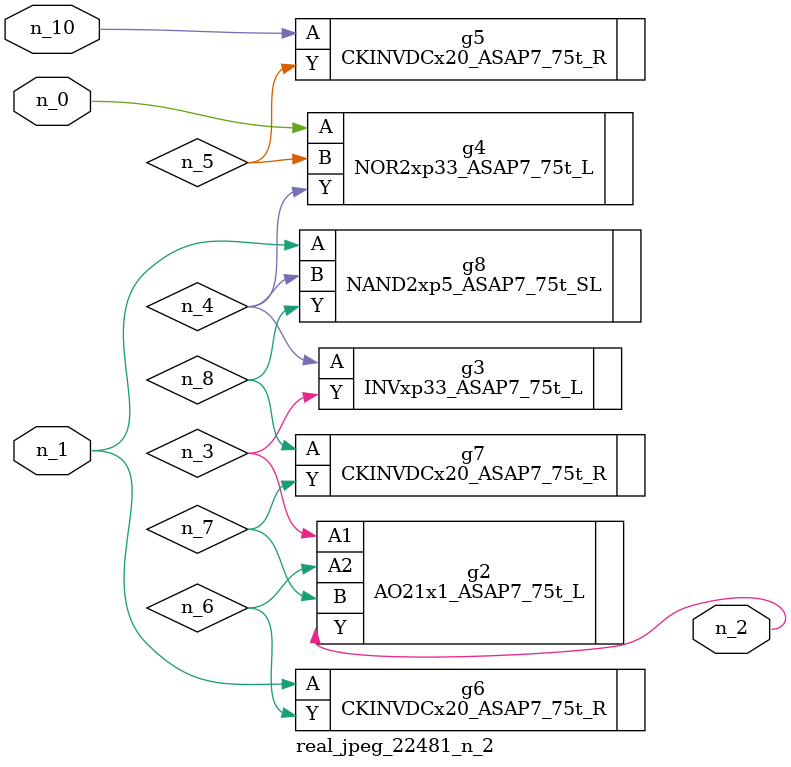
<source format=v>
module real_jpeg_22481_n_2 (n_1, n_10, n_0, n_2);

input n_1;
input n_10;
input n_0;

output n_2;

wire n_5;
wire n_4;
wire n_8;
wire n_6;
wire n_7;
wire n_3;

NOR2xp33_ASAP7_75t_L g4 ( 
.A(n_0),
.B(n_5),
.Y(n_4)
);

CKINVDCx20_ASAP7_75t_R g6 ( 
.A(n_1),
.Y(n_6)
);

NAND2xp5_ASAP7_75t_SL g8 ( 
.A(n_1),
.B(n_4),
.Y(n_8)
);

AO21x1_ASAP7_75t_L g2 ( 
.A1(n_3),
.A2(n_6),
.B(n_7),
.Y(n_2)
);

INVxp33_ASAP7_75t_L g3 ( 
.A(n_4),
.Y(n_3)
);

CKINVDCx20_ASAP7_75t_R g7 ( 
.A(n_8),
.Y(n_7)
);

CKINVDCx20_ASAP7_75t_R g5 ( 
.A(n_10),
.Y(n_5)
);


endmodule
</source>
